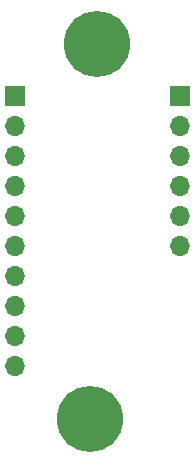
<source format=gbs>
G04 #@! TF.GenerationSoftware,KiCad,Pcbnew,6.0.6-3a73a75311~116~ubuntu22.04.1*
G04 #@! TF.CreationDate,2022-06-23T15:23:09-04:00*
G04 #@! TF.ProjectId,ltc4332_breakout,6c746334-3333-4325-9f62-7265616b6f75,0*
G04 #@! TF.SameCoordinates,Original*
G04 #@! TF.FileFunction,Soldermask,Bot*
G04 #@! TF.FilePolarity,Negative*
%FSLAX46Y46*%
G04 Gerber Fmt 4.6, Leading zero omitted, Abs format (unit mm)*
G04 Created by KiCad (PCBNEW 6.0.6-3a73a75311~116~ubuntu22.04.1) date 2022-06-23 15:23:09*
%MOMM*%
%LPD*%
G01*
G04 APERTURE LIST*
%ADD10R,1.700000X1.700000*%
%ADD11O,1.700000X1.700000*%
%ADD12C,5.600000*%
G04 APERTURE END LIST*
D10*
X141224000Y-90805000D03*
D11*
X141224000Y-93345000D03*
X141224000Y-95885000D03*
X141224000Y-98425000D03*
X141224000Y-100965000D03*
X141224000Y-103505000D03*
X141224000Y-106045000D03*
X141224000Y-108585000D03*
X141224000Y-111125000D03*
X141224000Y-113665000D03*
D10*
X155194000Y-90805000D03*
D11*
X155194000Y-93345000D03*
X155194000Y-95885000D03*
X155194000Y-98425000D03*
X155194000Y-100965000D03*
X155194000Y-103505000D03*
D12*
X147574000Y-118110000D03*
X148209000Y-86360000D03*
M02*

</source>
